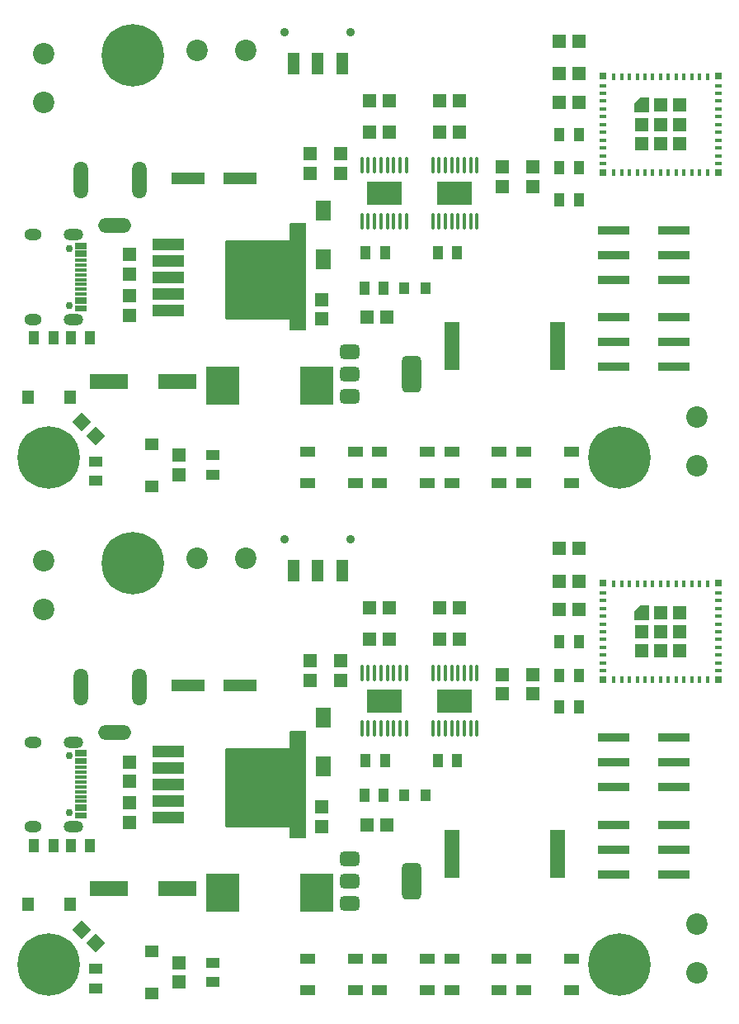
<source format=gbr>
%TF.GenerationSoftware,KiCad,Pcbnew,9.0.2*%
%TF.CreationDate,2025-11-24T16:37:35-05:00*%
%TF.ProjectId,carkit PANEL,6361726b-6974-4205-9041-4e454c2e6b69,rev?*%
%TF.SameCoordinates,Original*%
%TF.FileFunction,Soldermask,Top*%
%TF.FilePolarity,Negative*%
%FSLAX46Y46*%
G04 Gerber Fmt 4.6, Leading zero omitted, Abs format (unit mm)*
G04 Created by KiCad (PCBNEW 9.0.2) date 2025-11-24 16:37:35*
%MOMM*%
%LPD*%
G01*
G04 APERTURE LIST*
G04 Aperture macros list*
%AMRoundRect*
0 Rectangle with rounded corners*
0 $1 Rounding radius*
0 $2 $3 $4 $5 $6 $7 $8 $9 X,Y pos of 4 corners*
0 Add a 4 corners polygon primitive as box body*
4,1,4,$2,$3,$4,$5,$6,$7,$8,$9,$2,$3,0*
0 Add four circle primitives for the rounded corners*
1,1,$1+$1,$2,$3*
1,1,$1+$1,$4,$5*
1,1,$1+$1,$6,$7*
1,1,$1+$1,$8,$9*
0 Add four rect primitives between the rounded corners*
20,1,$1+$1,$2,$3,$4,$5,0*
20,1,$1+$1,$4,$5,$6,$7,0*
20,1,$1+$1,$6,$7,$8,$9,0*
20,1,$1+$1,$8,$9,$2,$3,0*%
%AMRotRect*
0 Rectangle, with rotation*
0 The origin of the aperture is its center*
0 $1 length*
0 $2 width*
0 $3 Rotation angle, in degrees counterclockwise*
0 Add horizontal line*
21,1,$1,$2,0,0,$3*%
%AMFreePoly0*
4,1,6,0.725000,-0.725000,-0.725000,-0.725000,-0.725000,0.125000,-0.125000,0.725000,0.725000,0.725000,0.725000,-0.725000,0.725000,-0.725000,$1*%
%AMFreePoly1*
4,1,21,4.105355,5.815355,4.120000,5.780000,4.120000,-5.140000,4.105355,-5.175355,4.070000,-5.190000,2.540000,-5.190000,2.504645,-5.175355,2.490000,-5.140000,2.490000,-4.050000,-4.060000,-4.050000,-4.095355,-4.035355,-4.110000,-4.000000,-4.110000,4.000000,-4.095355,4.035355,-4.060000,4.050000,2.490000,4.050000,2.490000,5.780000,2.504645,5.815355,2.540000,5.830000,4.070000,5.830000,
4.105355,5.815355,4.105355,5.815355,$1*%
G04 Aperture macros list end*
%ADD10RotRect,1.410000X1.350000X135.000000*%
%ADD11C,0.610000*%
%ADD12O,0.340000X1.750000*%
%ADD13R,3.550000X2.460000*%
%ADD14C,0.900000*%
%ADD15R,1.200000X2.200000*%
%ADD16C,2.200000*%
%ADD17R,3.500000X1.200000*%
%ADD18R,0.800000X0.400000*%
%ADD19R,0.400000X0.800000*%
%ADD20FreePoly0,0.000000*%
%ADD21R,1.450000X1.450000*%
%ADD22R,0.700000X0.700000*%
%ADD23R,1.130000X1.380000*%
%ADD24R,3.300000X0.850000*%
%ADD25R,1.500000X1.000000*%
%ADD26C,0.750000*%
%ADD27R,1.300000X0.300000*%
%ADD28O,2.000000X1.200000*%
%ADD29O,1.800000X1.200000*%
%ADD30O,1.500000X3.800000*%
%ADD31O,3.400000X1.500000*%
%ADD32R,1.380000X1.130000*%
%ADD33R,1.350000X1.410000*%
%ADD34R,1.000000X1.250000*%
%ADD35R,1.410000X1.350000*%
%ADD36C,0.800000*%
%ADD37C,6.400000*%
%ADD38R,4.000000X1.600000*%
%ADD39R,1.230000X1.360000*%
%ADD40R,1.500000X5.000000*%
%ADD41R,1.360000X1.230000*%
%ADD42R,1.540000X2.060000*%
%ADD43RoundRect,0.375000X-0.625000X-0.375000X0.625000X-0.375000X0.625000X0.375000X-0.625000X0.375000X0*%
%ADD44RoundRect,0.500000X-0.500000X-1.400000X0.500000X-1.400000X0.500000X1.400000X-0.500000X1.400000X0*%
%ADD45R,3.200000X1.150000*%
%ADD46FreePoly1,0.000000*%
%ADD47R,3.500000X4.000000*%
G04 APERTURE END LIST*
D10*
%TO.C,C25*%
X89200000Y-77400000D03*
X87785788Y-75985788D03*
%TD*%
D11*
%TO.C,U9*%
X118325000Y-52030000D03*
X118325000Y-53030000D03*
X119325000Y-52030000D03*
X119325000Y-53030000D03*
D12*
X116545000Y-55400000D03*
X117195000Y-55400000D03*
X117845000Y-55400000D03*
X118505000Y-55400000D03*
X119155000Y-55400000D03*
X119805000Y-55400000D03*
X120455000Y-55400000D03*
X121105000Y-55400000D03*
X121105000Y-49660000D03*
X120455000Y-49660000D03*
X119805000Y-49660000D03*
X119155000Y-49660000D03*
X118505000Y-49660000D03*
X117845000Y-49660000D03*
X117195000Y-49660000D03*
X116545000Y-49660000D03*
D13*
X118825000Y-52530000D03*
%TD*%
D14*
%TO.C,SW6*%
X115400000Y-36000000D03*
X108600000Y-36000000D03*
D15*
X114500000Y-39200000D03*
X112000000Y-39200000D03*
X109500000Y-39200000D03*
%TD*%
D16*
%TO.C,J11*%
X104622500Y-37882500D03*
X99622500Y-37882500D03*
%TD*%
D17*
%TO.C,C20*%
X98730000Y-51000000D03*
X104070000Y-51000000D03*
%TD*%
D18*
%TO.C,U6*%
X141300000Y-41455000D03*
X141300000Y-42255000D03*
X141300000Y-43055000D03*
X141300000Y-43855000D03*
X141300000Y-44655000D03*
X141300000Y-45455000D03*
X141300000Y-46255000D03*
X141300000Y-47055000D03*
X141300000Y-47855000D03*
X141300000Y-48655000D03*
X141300000Y-49455000D03*
D19*
X142400000Y-50355000D03*
X143200000Y-50355000D03*
X144000000Y-50355000D03*
X144800000Y-50355000D03*
X145600000Y-50355000D03*
X146400000Y-50355000D03*
X147200000Y-50355000D03*
X148000000Y-50355000D03*
X148800000Y-50355000D03*
X149600000Y-50355000D03*
X150400000Y-50355000D03*
X151200000Y-50355000D03*
X152000000Y-50355000D03*
D18*
X153100000Y-49455000D03*
X153100000Y-48655000D03*
X153100000Y-47855000D03*
X153100000Y-47055000D03*
X153100000Y-46255000D03*
X153100000Y-45455000D03*
X153100000Y-44655000D03*
X153100000Y-43855000D03*
X153100000Y-43055000D03*
X153100000Y-42255000D03*
X153100000Y-41455000D03*
D19*
X152000000Y-40555000D03*
X151200000Y-40555000D03*
X150400000Y-40555000D03*
X149600000Y-40555000D03*
X148800000Y-40555000D03*
X148000000Y-40555000D03*
X147200000Y-40555000D03*
X146400000Y-40555000D03*
X145600000Y-40555000D03*
X144800000Y-40555000D03*
X144000000Y-40555000D03*
X143200000Y-40555000D03*
X142400000Y-40555000D03*
D20*
X145225000Y-43480000D03*
D21*
X145225000Y-45455000D03*
X145225000Y-47430000D03*
X147200000Y-43480000D03*
X147200000Y-45455000D03*
X147200000Y-47430000D03*
X149175000Y-43480000D03*
X149175000Y-45455000D03*
X149175000Y-47430000D03*
D22*
X153150000Y-40505000D03*
X153150000Y-50405000D03*
X141250000Y-50405000D03*
X141250000Y-40505000D03*
%TD*%
D23*
%TO.C,R11*%
X136800000Y-46505000D03*
X138800000Y-46505000D03*
%TD*%
D24*
%TO.C,J10*%
X148540000Y-61400000D03*
X142400000Y-61400000D03*
X148540000Y-58860000D03*
X142400000Y-58860000D03*
X148540000Y-56320000D03*
X142400000Y-56320000D03*
%TD*%
D23*
%TO.C,R18*%
X136800000Y-53200000D03*
X138800000Y-53200000D03*
%TD*%
D25*
%TO.C,D12*%
X115850000Y-82200000D03*
X115850000Y-79000000D03*
X110950000Y-79000000D03*
X110950000Y-82200000D03*
%TD*%
D23*
%TO.C,R17*%
X116800000Y-62200000D03*
X118800000Y-62200000D03*
%TD*%
D26*
%TO.C,P2*%
X86462500Y-58200000D03*
X86462500Y-64000000D03*
D27*
X87722500Y-57750000D03*
X87722500Y-58550000D03*
X87722500Y-59850000D03*
X87722500Y-60850000D03*
X87722500Y-61350000D03*
X87722500Y-62350000D03*
X87722500Y-63650000D03*
X87722500Y-64450000D03*
X87722500Y-64150000D03*
X87722500Y-63350000D03*
X87722500Y-62850000D03*
X87722500Y-61850000D03*
X87722500Y-60350000D03*
X87722500Y-59350000D03*
X87722500Y-58850000D03*
X87722500Y-58050000D03*
D28*
X86962500Y-56770000D03*
D29*
X82782500Y-56770000D03*
D28*
X86962500Y-65430000D03*
D29*
X82782500Y-65430000D03*
%TD*%
D23*
%TO.C,R20*%
X124325000Y-58630000D03*
X126325000Y-58630000D03*
%TD*%
D30*
%TO.C,J7*%
X93660000Y-51150000D03*
X87660000Y-51150000D03*
D31*
X91160000Y-55810000D03*
%TD*%
D16*
%TO.C,J8*%
X83860000Y-38150000D03*
X83860000Y-43150000D03*
%TD*%
D23*
%TO.C,R12*%
X136800000Y-49905000D03*
X138800000Y-49905000D03*
%TD*%
D32*
%TO.C,R16*%
X101200000Y-79380000D03*
X101200000Y-81380000D03*
%TD*%
D24*
%TO.C,J9*%
X148540000Y-70310000D03*
X142400000Y-70310000D03*
X148540000Y-67770000D03*
X142400000Y-67770000D03*
X148540000Y-65230000D03*
X142400000Y-65230000D03*
%TD*%
D33*
%TO.C,C32*%
X114400000Y-50430000D03*
X114400000Y-48430000D03*
%TD*%
%TO.C,C36*%
X130925000Y-49830000D03*
X130925000Y-51830000D03*
%TD*%
D34*
%TO.C,D9*%
X123100000Y-62200000D03*
X120900000Y-62200000D03*
%TD*%
D33*
%TO.C,C37*%
X134125000Y-49830000D03*
X134125000Y-51830000D03*
%TD*%
D25*
%TO.C,D8*%
X138050000Y-82200000D03*
X138050000Y-79000000D03*
X133150000Y-79000000D03*
X133150000Y-82200000D03*
%TD*%
D35*
%TO.C,C24*%
X119080000Y-65230000D03*
X117080000Y-65230000D03*
%TD*%
D23*
%TO.C,R19*%
X116925000Y-58630000D03*
X118925000Y-58630000D03*
%TD*%
D33*
%TO.C,C33*%
X111200000Y-50430000D03*
X111200000Y-48430000D03*
%TD*%
D23*
%TO.C,R14*%
X88660000Y-67350000D03*
X86660000Y-67350000D03*
%TD*%
D35*
%TO.C,C29*%
X138800000Y-43200000D03*
X136800000Y-43200000D03*
%TD*%
%TO.C,C31*%
X119325000Y-43000000D03*
X117325000Y-43000000D03*
%TD*%
D25*
%TO.C,D10*%
X130650000Y-82200000D03*
X130650000Y-79000000D03*
X125750000Y-79000000D03*
X125750000Y-82200000D03*
%TD*%
D32*
%TO.C,R15*%
X89200000Y-82000000D03*
X89200000Y-80000000D03*
%TD*%
D36*
%TO.C,H5*%
X90600000Y-38400000D03*
X91302944Y-36702944D03*
X91302944Y-40097056D03*
X93000000Y-36000000D03*
D37*
X93000000Y-38400000D03*
D36*
X93000000Y-40800000D03*
X94697056Y-36702944D03*
X94697056Y-40097056D03*
X95400000Y-38400000D03*
%TD*%
D33*
%TO.C,C22*%
X92680000Y-65000000D03*
X92680000Y-63000000D03*
%TD*%
D38*
%TO.C,C38*%
X90600000Y-71800000D03*
X97600000Y-71800000D03*
%TD*%
D39*
%TO.C,SW4*%
X86600000Y-73400000D03*
X82240000Y-73400000D03*
%TD*%
D35*
%TO.C,C28*%
X136800000Y-40255000D03*
X138800000Y-40255000D03*
%TD*%
D11*
%TO.C,U10*%
X125580000Y-52030000D03*
X125580000Y-53030000D03*
X126580000Y-52030000D03*
X126580000Y-53030000D03*
D12*
X123800000Y-55400000D03*
X124450000Y-55400000D03*
X125100000Y-55400000D03*
X125760000Y-55400000D03*
X126410000Y-55400000D03*
X127060000Y-55400000D03*
X127710000Y-55400000D03*
X128360000Y-55400000D03*
X128360000Y-49660000D03*
X127710000Y-49660000D03*
X127060000Y-49660000D03*
X126410000Y-49660000D03*
X125760000Y-49660000D03*
X125100000Y-49660000D03*
X124450000Y-49660000D03*
X123800000Y-49660000D03*
D13*
X126080000Y-52530000D03*
%TD*%
D16*
%TO.C,J12*%
X150917500Y-80422500D03*
X150917500Y-75422500D03*
%TD*%
D35*
%TO.C,C35*%
X124525000Y-43000000D03*
X126525000Y-43000000D03*
%TD*%
%TO.C,C27*%
X136800000Y-36905000D03*
X138800000Y-36905000D03*
%TD*%
D36*
%TO.C,H6*%
X140600000Y-79600000D03*
X141302944Y-77902944D03*
X141302944Y-81297056D03*
X143000000Y-77200000D03*
D37*
X143000000Y-79600000D03*
D36*
X143000000Y-82000000D03*
X144697056Y-77902944D03*
X144697056Y-81297056D03*
X145400000Y-79600000D03*
%TD*%
D23*
%TO.C,R13*%
X84860000Y-67350000D03*
X82860000Y-67350000D03*
%TD*%
D36*
%TO.C,H4*%
X82000000Y-79600000D03*
X82702944Y-77902944D03*
X82702944Y-81297056D03*
X84400000Y-77200000D03*
D37*
X84400000Y-79600000D03*
D36*
X84400000Y-82000000D03*
X86097056Y-77902944D03*
X86097056Y-81297056D03*
X86800000Y-79600000D03*
%TD*%
D35*
%TO.C,C34*%
X126525000Y-46200000D03*
X124525000Y-46200000D03*
%TD*%
%TO.C,C30*%
X119325000Y-46200000D03*
X117325000Y-46200000D03*
%TD*%
D40*
%TO.C,BUZZER2*%
X125800000Y-68200000D03*
X136600000Y-68200000D03*
%TD*%
D33*
%TO.C,C26*%
X97800000Y-81380000D03*
X97800000Y-79380000D03*
%TD*%
D41*
%TO.C,SW5*%
X95000000Y-82560000D03*
X95000000Y-78200000D03*
%TD*%
D25*
%TO.C,D11*%
X123250000Y-82200000D03*
X123250000Y-79000000D03*
X118350000Y-79000000D03*
X118350000Y-82200000D03*
%TD*%
D33*
%TO.C,C21*%
X92680000Y-60800000D03*
X92680000Y-58800000D03*
%TD*%
D42*
%TO.C,D7*%
X112600000Y-54300000D03*
X112600000Y-59300000D03*
%TD*%
D33*
%TO.C,C23*%
X112400000Y-63400000D03*
X112400000Y-65400000D03*
%TD*%
D43*
%TO.C,U8*%
X115330000Y-68730000D03*
X115330000Y-71030000D03*
D44*
X121630000Y-71030000D03*
D43*
X115330000Y-73330000D03*
%TD*%
D45*
%TO.C,U7*%
X96660000Y-57710000D03*
X96660000Y-59410000D03*
X96660000Y-61110000D03*
X96660000Y-62810000D03*
X96660000Y-64510000D03*
D46*
X106680000Y-61430000D03*
%TD*%
D47*
%TO.C,L2*%
X111880000Y-72200000D03*
X102280000Y-72200000D03*
%TD*%
D10*
%TO.C,C6*%
X89200000Y-129400000D03*
X87785788Y-127985788D03*
%TD*%
D47*
%TO.C,L1*%
X111880000Y-124200000D03*
X102280000Y-124200000D03*
%TD*%
D45*
%TO.C,U2*%
X96660000Y-109710000D03*
X96660000Y-111410000D03*
X96660000Y-113110000D03*
X96660000Y-114810000D03*
X96660000Y-116510000D03*
D46*
X106680000Y-113430000D03*
%TD*%
D43*
%TO.C,U3*%
X115330000Y-120730000D03*
X115330000Y-123030000D03*
D44*
X121630000Y-123030000D03*
D43*
X115330000Y-125330000D03*
%TD*%
D33*
%TO.C,C4*%
X112400000Y-115400000D03*
X112400000Y-117400000D03*
%TD*%
D42*
%TO.C,D1*%
X112600000Y-106300000D03*
X112600000Y-111300000D03*
%TD*%
D33*
%TO.C,C2*%
X92680000Y-112800000D03*
X92680000Y-110800000D03*
%TD*%
D25*
%TO.C,D5*%
X123250000Y-134200000D03*
X123250000Y-131000000D03*
X118350000Y-131000000D03*
X118350000Y-134200000D03*
%TD*%
D41*
%TO.C,SW2*%
X95000000Y-134560000D03*
X95000000Y-130200000D03*
%TD*%
D33*
%TO.C,C7*%
X97800000Y-133380000D03*
X97800000Y-131380000D03*
%TD*%
D40*
%TO.C,BUZZER1*%
X125800000Y-120200000D03*
X136600000Y-120200000D03*
%TD*%
D36*
%TO.C,H3*%
X140600000Y-131600000D03*
X141302944Y-129902944D03*
X141302944Y-133297056D03*
X143000000Y-129200000D03*
D37*
X143000000Y-131600000D03*
D36*
X143000000Y-134000000D03*
X144697056Y-129902944D03*
X144697056Y-133297056D03*
X145400000Y-131600000D03*
%TD*%
D23*
%TO.C,R3*%
X84860000Y-119350000D03*
X82860000Y-119350000D03*
%TD*%
D35*
%TO.C,C11*%
X119325000Y-98200000D03*
X117325000Y-98200000D03*
%TD*%
%TO.C,C15*%
X126525000Y-98200000D03*
X124525000Y-98200000D03*
%TD*%
D36*
%TO.C,H1*%
X82000000Y-131600000D03*
X82702944Y-129902944D03*
X82702944Y-133297056D03*
X84400000Y-129200000D03*
D37*
X84400000Y-131600000D03*
D36*
X84400000Y-134000000D03*
X86097056Y-129902944D03*
X86097056Y-133297056D03*
X86800000Y-131600000D03*
%TD*%
D35*
%TO.C,C9*%
X136800000Y-92255000D03*
X138800000Y-92255000D03*
%TD*%
D39*
%TO.C,SW1*%
X86600000Y-125400000D03*
X82240000Y-125400000D03*
%TD*%
D33*
%TO.C,C3*%
X92680000Y-117000000D03*
X92680000Y-115000000D03*
%TD*%
D36*
%TO.C,H2*%
X90600000Y-90400000D03*
X91302944Y-88702944D03*
X91302944Y-92097056D03*
X93000000Y-88000000D03*
D37*
X93000000Y-90400000D03*
D36*
X93000000Y-92800000D03*
X94697056Y-88702944D03*
X94697056Y-92097056D03*
X95400000Y-90400000D03*
%TD*%
D35*
%TO.C,C16*%
X124525000Y-95000000D03*
X126525000Y-95000000D03*
%TD*%
%TO.C,C8*%
X136800000Y-88905000D03*
X138800000Y-88905000D03*
%TD*%
D38*
%TO.C,C19*%
X90600000Y-123800000D03*
X97600000Y-123800000D03*
%TD*%
D32*
%TO.C,R5*%
X89200000Y-134000000D03*
X89200000Y-132000000D03*
%TD*%
D25*
%TO.C,D4*%
X130650000Y-134200000D03*
X130650000Y-131000000D03*
X125750000Y-131000000D03*
X125750000Y-134200000D03*
%TD*%
D16*
%TO.C,J6*%
X150917500Y-132422500D03*
X150917500Y-127422500D03*
%TD*%
D11*
%TO.C,U5*%
X125580000Y-104030000D03*
X125580000Y-105030000D03*
X126580000Y-104030000D03*
X126580000Y-105030000D03*
D12*
X123800000Y-107400000D03*
X124450000Y-107400000D03*
X125100000Y-107400000D03*
X125760000Y-107400000D03*
X126410000Y-107400000D03*
X127060000Y-107400000D03*
X127710000Y-107400000D03*
X128360000Y-107400000D03*
X128360000Y-101660000D03*
X127710000Y-101660000D03*
X127060000Y-101660000D03*
X126410000Y-101660000D03*
X125760000Y-101660000D03*
X125100000Y-101660000D03*
X124450000Y-101660000D03*
X123800000Y-101660000D03*
D13*
X126080000Y-104530000D03*
%TD*%
D35*
%TO.C,C12*%
X119325000Y-95000000D03*
X117325000Y-95000000D03*
%TD*%
%TO.C,C10*%
X138800000Y-95200000D03*
X136800000Y-95200000D03*
%TD*%
D23*
%TO.C,R9*%
X116925000Y-110630000D03*
X118925000Y-110630000D03*
%TD*%
D35*
%TO.C,C5*%
X119080000Y-117230000D03*
X117080000Y-117230000D03*
%TD*%
D23*
%TO.C,R4*%
X88660000Y-119350000D03*
X86660000Y-119350000D03*
%TD*%
D33*
%TO.C,C14*%
X111200000Y-102430000D03*
X111200000Y-100430000D03*
%TD*%
D25*
%TO.C,D2*%
X138050000Y-134200000D03*
X138050000Y-131000000D03*
X133150000Y-131000000D03*
X133150000Y-134200000D03*
%TD*%
D33*
%TO.C,C17*%
X130925000Y-101830000D03*
X130925000Y-103830000D03*
%TD*%
D32*
%TO.C,R6*%
X101200000Y-131380000D03*
X101200000Y-133380000D03*
%TD*%
D16*
%TO.C,J2*%
X83860000Y-90150000D03*
X83860000Y-95150000D03*
%TD*%
D23*
%TO.C,R2*%
X136800000Y-101905000D03*
X138800000Y-101905000D03*
%TD*%
D24*
%TO.C,J3*%
X148540000Y-122310000D03*
X142400000Y-122310000D03*
X148540000Y-119770000D03*
X142400000Y-119770000D03*
X148540000Y-117230000D03*
X142400000Y-117230000D03*
%TD*%
D33*
%TO.C,C18*%
X134125000Y-101830000D03*
X134125000Y-103830000D03*
%TD*%
D23*
%TO.C,R10*%
X124325000Y-110630000D03*
X126325000Y-110630000D03*
%TD*%
D30*
%TO.C,J1*%
X93660000Y-103150000D03*
X87660000Y-103150000D03*
D31*
X91160000Y-107810000D03*
%TD*%
D34*
%TO.C,D3*%
X123100000Y-114200000D03*
X120900000Y-114200000D03*
%TD*%
D26*
%TO.C,P1*%
X86462500Y-110200000D03*
X86462500Y-116000000D03*
D27*
X87722500Y-109750000D03*
X87722500Y-110550000D03*
X87722500Y-111850000D03*
X87722500Y-112850000D03*
X87722500Y-113350000D03*
X87722500Y-114350000D03*
X87722500Y-115650000D03*
X87722500Y-116450000D03*
X87722500Y-116150000D03*
X87722500Y-115350000D03*
X87722500Y-114850000D03*
X87722500Y-113850000D03*
X87722500Y-112350000D03*
X87722500Y-111350000D03*
X87722500Y-110850000D03*
X87722500Y-110050000D03*
D28*
X86962500Y-108770000D03*
D29*
X82782500Y-108770000D03*
D28*
X86962500Y-117430000D03*
D29*
X82782500Y-117430000D03*
%TD*%
D33*
%TO.C,C13*%
X114400000Y-102430000D03*
X114400000Y-100430000D03*
%TD*%
D23*
%TO.C,R7*%
X116800000Y-114200000D03*
X118800000Y-114200000D03*
%TD*%
D25*
%TO.C,D6*%
X115850000Y-134200000D03*
X115850000Y-131000000D03*
X110950000Y-131000000D03*
X110950000Y-134200000D03*
%TD*%
D24*
%TO.C,J4*%
X148540000Y-113400000D03*
X142400000Y-113400000D03*
X148540000Y-110860000D03*
X142400000Y-110860000D03*
X148540000Y-108320000D03*
X142400000Y-108320000D03*
%TD*%
D23*
%TO.C,R8*%
X136800000Y-105200000D03*
X138800000Y-105200000D03*
%TD*%
D18*
%TO.C,U1*%
X141300000Y-93455000D03*
X141300000Y-94255000D03*
X141300000Y-95055000D03*
X141300000Y-95855000D03*
X141300000Y-96655000D03*
X141300000Y-97455000D03*
X141300000Y-98255000D03*
X141300000Y-99055000D03*
X141300000Y-99855000D03*
X141300000Y-100655000D03*
X141300000Y-101455000D03*
D19*
X142400000Y-102355000D03*
X143200000Y-102355000D03*
X144000000Y-102355000D03*
X144800000Y-102355000D03*
X145600000Y-102355000D03*
X146400000Y-102355000D03*
X147200000Y-102355000D03*
X148000000Y-102355000D03*
X148800000Y-102355000D03*
X149600000Y-102355000D03*
X150400000Y-102355000D03*
X151200000Y-102355000D03*
X152000000Y-102355000D03*
D18*
X153100000Y-101455000D03*
X153100000Y-100655000D03*
X153100000Y-99855000D03*
X153100000Y-99055000D03*
X153100000Y-98255000D03*
X153100000Y-97455000D03*
X153100000Y-96655000D03*
X153100000Y-95855000D03*
X153100000Y-95055000D03*
X153100000Y-94255000D03*
X153100000Y-93455000D03*
D19*
X152000000Y-92555000D03*
X151200000Y-92555000D03*
X150400000Y-92555000D03*
X149600000Y-92555000D03*
X148800000Y-92555000D03*
X148000000Y-92555000D03*
X147200000Y-92555000D03*
X146400000Y-92555000D03*
X145600000Y-92555000D03*
X144800000Y-92555000D03*
X144000000Y-92555000D03*
X143200000Y-92555000D03*
X142400000Y-92555000D03*
D20*
X145225000Y-95480000D03*
D21*
X145225000Y-97455000D03*
X145225000Y-99430000D03*
X147200000Y-95480000D03*
X147200000Y-97455000D03*
X147200000Y-99430000D03*
X149175000Y-95480000D03*
X149175000Y-97455000D03*
X149175000Y-99430000D03*
D22*
X153150000Y-92505000D03*
X153150000Y-102405000D03*
X141250000Y-102405000D03*
X141250000Y-92505000D03*
%TD*%
D23*
%TO.C,R1*%
X136800000Y-98505000D03*
X138800000Y-98505000D03*
%TD*%
D14*
%TO.C,SW3*%
X115400000Y-88000000D03*
X108600000Y-88000000D03*
D15*
X114500000Y-91200000D03*
X112000000Y-91200000D03*
X109500000Y-91200000D03*
%TD*%
D11*
%TO.C,U4*%
X118325000Y-104030000D03*
X118325000Y-105030000D03*
X119325000Y-104030000D03*
X119325000Y-105030000D03*
D12*
X116545000Y-107400000D03*
X117195000Y-107400000D03*
X117845000Y-107400000D03*
X118505000Y-107400000D03*
X119155000Y-107400000D03*
X119805000Y-107400000D03*
X120455000Y-107400000D03*
X121105000Y-107400000D03*
X121105000Y-101660000D03*
X120455000Y-101660000D03*
X119805000Y-101660000D03*
X119155000Y-101660000D03*
X118505000Y-101660000D03*
X117845000Y-101660000D03*
X117195000Y-101660000D03*
X116545000Y-101660000D03*
D13*
X118825000Y-104530000D03*
%TD*%
D17*
%TO.C,C1*%
X98730000Y-103000000D03*
X104070000Y-103000000D03*
%TD*%
D16*
%TO.C,J5*%
X104622500Y-89882500D03*
X99622500Y-89882500D03*
%TD*%
M02*

</source>
